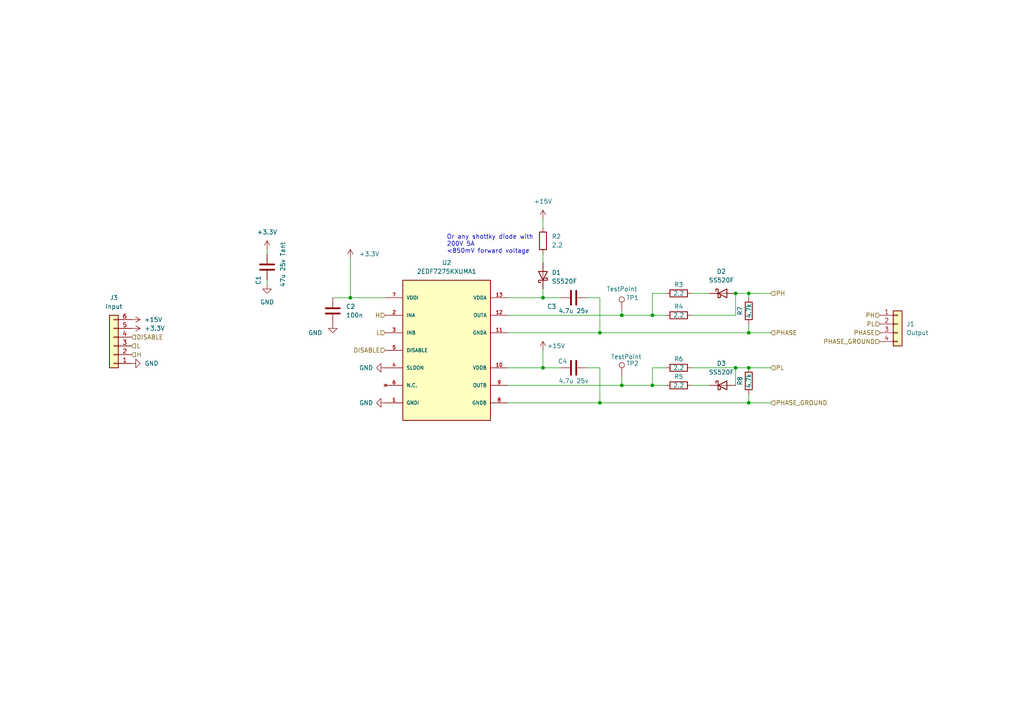
<source format=kicad_sch>
(kicad_sch (version 20230121) (generator eeschema)
  (paper "A4")
  (lib_symbols
    (symbol "Connector:TestPoint" (pin_numbers hide) (pin_names (offset 0.762) hide)
      (property "Reference" "TP" (at 0 6.858 0))
      (property "Value" "TestPoint" (at 0 5.08 0))
      (symbol "TestPoint_0_1"
        (circle (center 0 3.302) (radius 0.762))
      )
      (symbol "TestPoint_1_1"
        (pin passive line (at 0 0 90) (length 2.54) (name "1") (number "1"))
      )
    )
    (symbol "Connector_Generic:Conn_01x04" (pin_names (offset 1.016) hide)
      (property "Reference" "J" (at 0 5.08 0))
      (property "Value" "Conn_01x04" (at 0 -7.62 0))
      (symbol "Conn_01x04_1_1"
        (rectangle (start -1.27 -4.953) (end 0 -5.207) (stroke (width 0.1524)))
        (rectangle (start -1.27 -2.413) (end 0 -2.667) (stroke (width 0.1524)))
        (rectangle (start -1.27 0.127) (end 0 -0.127) (stroke (width 0.1524)))
        (rectangle (start -1.27 2.667) (end 0 2.413) (stroke (width 0.1524)))
        (rectangle (start -1.27 3.81) (end 1.27 -6.35) (stroke (width 0.254)) (fill (type background)))
        (pin passive line (at -5.08 2.54 0) (length 3.81) (name "Pin_1") (number "1"))
        (pin passive line (at -5.08 0 0) (length 3.81) (name "Pin_2") (number "2"))
        (pin passive line (at -5.08 -2.54 0) (length 3.81) (name "Pin_3") (number "3"))
        (pin passive line (at -5.08 -5.08 0) (length 3.81) (name "Pin_4") (number "4"))
      )
    )
    (symbol "Connector_Generic:Conn_01x06" (pin_names (offset 1.016) hide)
      (property "Reference" "J" (at 0 7.62 0))
      (property "Value" "Conn_01x06" (at 0 -10.16 0))
      (symbol "Conn_01x06_1_1"
        (rectangle (start -1.27 -7.493) (end 0 -7.747) (stroke (width 0.1524)))
        (rectangle (start -1.27 -4.953) (end 0 -5.207) (stroke (width 0.1524)))
        (rectangle (start -1.27 -2.413) (end 0 -2.667) (stroke (width 0.1524)))
        (rectangle (start -1.27 0.127) (end 0 -0.127) (stroke (width 0.1524)))
        (rectangle (start -1.27 2.667) (end 0 2.413) (stroke (width 0.1524)))
        (rectangle (start -1.27 5.207) (end 0 4.953) (stroke (width 0.1524)))
        (rectangle (start -1.27 6.35) (end 1.27 -8.89) (stroke (width 0.254)) (fill (type background)))
        (pin passive line (at -5.08 5.08 0) (length 3.81) (name "Pin_1") (number "1"))
        (pin passive line (at -5.08 2.54 0) (length 3.81) (name "Pin_2") (number "2"))
        (pin passive line (at -5.08 0 0) (length 3.81) (name "Pin_3") (number "3"))
        (pin passive line (at -5.08 -2.54 0) (length 3.81) (name "Pin_4") (number "4"))
        (pin passive line (at -5.08 -5.08 0) (length 3.81) (name "Pin_5") (number "5"))
        (pin passive line (at -5.08 -7.62 0) (length 3.81) (name "Pin_6") (number "6"))
      )
    )
    (symbol "Device:C" (pin_numbers hide) (pin_names (offset 0.254))
      (property "Reference" "C" (at 0.635 2.54 0))
      (property "Value" "C" (at 0.635 -2.54 0))
      (symbol "C_0_1"
        (polyline (pts (xy -2.032 -0.762) (xy 2.032 -0.762)) (stroke (width 0.508)))
        (polyline (pts (xy -2.032 0.762) (xy 2.032 0.762)) (stroke (width 0.508)))
      )
      (symbol "C_1_1"
        (pin passive line (at 0 3.81 270) (length 2.794) (name "~") (number "1"))
        (pin passive line (at 0 -3.81 90) (length 2.794) (name "~") (number "2"))
      )
    )
    (symbol "Device:D_Schottky" (pin_numbers hide) (pin_names (offset 1.016) hide)
      (property "Reference" "D" (at 0 2.54 0))
      (property "Value" "D_Schottky" (at 0 -2.54 0))
      (symbol "D_Schottky_0_1"
        (polyline (pts (xy 1.27 0) (xy -1.27 0)))
        (polyline (pts (xy 1.27 1.27) (xy 1.27 -1.27) (xy -1.27 0) (xy 1.27 1.27)) (stroke (width 0.254)))
        (polyline (pts (xy -1.905 0.635) (xy -1.905 1.27) (xy -1.27 1.27) (xy -1.27 -1.27) (xy -0.635 -1.27) (xy -0.635 -0.635)) (stroke (width 0.254)))
      )
      (symbol "D_Schottky_1_1"
        (pin passive line (at -3.81 0 0) (length 2.54) (name "K") (number "1"))
        (pin passive line (at 3.81 0 180) (length 2.54) (name "A") (number "2"))
      )
    )
    (symbol "Device:R" (pin_numbers hide) (pin_names (offset 0))
      (property "Reference" "R" (at 2.032 0 90))
      (property "Value" "R" (at 0 0 90))
      (symbol "R_0_1"
        (rectangle (start -1.016 -2.54) (end 1.016 2.54) (stroke (width 0.254)))
      )
      (symbol "R_1_1"
        (pin passive line (at 0 3.81 270) (length 1.27) (name "~") (number "1"))
        (pin passive line (at 0 -3.81 90) (length 1.27) (name "~") (number "2"))
      )
    )
    (symbol "GigaESCSymbols:2EDF7275KXUMA2" (pin_names (offset 1.016))
      (property "Reference" "U" (at -12.7 20.828 0))
      (property "Value" "2EDF7275KXUMA2" (at -12.7 -22.86 0))
      (symbol "2EDF7275KXUMA2_0_0"
        (rectangle (start -12.7 20.32) (end 12.7 -20.32) (stroke (width 0.254)) (fill (type background)))
        (pin power_in line (at -17.78 -15.24 0) (length 5.08) (name "GNDI") (number "1"))
        (pin power_in line (at 17.78 -5.08 180) (length 5.08) (name "VDDB") (number "10"))
        (pin power_in line (at 17.78 5.08 180) (length 5.08) (name "GNDA") (number "11"))
        (pin output line (at 17.78 10.16 180) (length 5.08) (name "OUTA") (number "12"))
        (pin power_in line (at 17.78 15.24 180) (length 5.08) (name "VDDA") (number "13"))
        (pin input line (at -17.78 10.16 0) (length 5.08) (name "INA") (number "2"))
        (pin input line (at -17.78 5.08 0) (length 5.08) (name "INB") (number "3"))
        (pin passive line (at -17.78 -5.08 0) (length 5.08) (name "SLDON") (number "4"))
        (pin input line (at -17.78 0 0) (length 5.08) (name "DISABLE") (number "5"))
        (pin no_connect line (at -17.78 -10.16 0) (length 5.08) (name "N.C.") (number "6"))
        (pin power_in line (at -17.78 15.24 0) (length 5.08) (name "VDDI") (number "7"))
        (pin power_in line (at 17.78 -15.24 180) (length 5.08) (name "GNDB") (number "8"))
        (pin output line (at 17.78 -10.16 180) (length 5.08) (name "OUTB") (number "9"))
      )
    )
    (symbol "power:+15V" (power) (pin_names (offset 0))
      (property "Value" "+15V" (at 0 3.556 0))
      (symbol "+15V_0_1"
        (polyline (pts (xy -0.762 1.27) (xy 0 2.54)))
        (polyline (pts (xy 0 0) (xy 0 2.54)))
        (polyline (pts (xy 0 2.54) (xy 0.762 1.27)))
      )
      (symbol "+15V_1_1"
        (pin power_in line (at 0 0 90) (length 0) hide (name "+15V") (number "1"))
      )
    )
    (symbol "power:+3.3V" (power) (pin_names (offset 0))
      (property "Value" "+3.3V" (at 0 3.556 0))
      (symbol "+3.3V_0_1"
        (polyline (pts (xy -0.762 1.27) (xy 0 2.54)))
        (polyline (pts (xy 0 0) (xy 0 2.54)))
        (polyline (pts (xy 0 2.54) (xy 0.762 1.27)))
      )
      (symbol "+3.3V_1_1"
        (pin power_in line (at 0 0 90) (length 0) hide (name "+3.3V") (number "1"))
      )
    )
    (symbol "power:GND" (power) (pin_names (offset 0))
      (property "Value" "GND" (at 0 -3.81 0))
      (symbol "GND_0_1"
        (polyline (pts (xy 0 0) (xy 0 -1.27) (xy 1.27 -1.27) (xy 0 -2.54) (xy -1.27 -1.27) (xy 0 -1.27)))
      )
      (symbol "GND_1_1"
        (pin power_in line (at 0 0 270) (length 0) hide (name "GND") (number "1"))
      )
    )
  )
  (junction (at 157.48 86.36))
  (junction (at 217.17 85.09))
  (junction (at 180.34 91.44))
  (junction (at 213.36 85.09))
  (junction (at 180.34 111.76))
  (junction (at 217.17 116.84))
  (junction (at 173.99 96.52))
  (junction (at 217.17 96.52))
  (junction (at 101.6 86.36))
  (junction (at 189.23 91.44))
  (junction (at 217.17 106.68))
  (junction (at 213.36 106.68))
  (junction (at 157.48 106.68))
  (junction (at 189.23 111.76))
  (junction (at 173.99 116.84))
  (wire (pts (xy 213.36 85.09) (xy 213.36 91.44)))
  (wire (pts (xy 77.47 81.28) (xy 77.47 82.55)))
  (wire (pts (xy 217.17 116.84) (xy 223.52 116.84)))
  (wire (pts (xy 217.17 86.36) (xy 217.17 85.09)))
  (wire (pts (xy 180.34 111.76) (xy 189.23 111.76)))
  (wire (pts (xy 96.52 86.36) (xy 101.6 86.36)))
  (wire (pts (xy 157.48 83.82) (xy 157.48 86.36)))
  (wire (pts (xy 217.17 96.52) (xy 223.52 96.52)))
  (wire (pts (xy 189.23 111.76) (xy 193.04 111.76)))
  (wire (pts (xy 147.32 106.68) (xy 157.48 106.68)))
  (wire (pts (xy 77.47 72.39) (xy 77.47 73.66)))
  (wire (pts (xy 147.32 91.44) (xy 180.34 91.44)))
  (wire (pts (xy 189.23 106.68) (xy 193.04 106.68)))
  (wire (pts (xy 213.36 106.68) (xy 217.17 106.68)))
  (wire (pts (xy 217.17 114.3) (xy 217.17 116.84)))
  (wire (pts (xy 101.6 74.93) (xy 101.6 86.36)))
  (wire (pts (xy 157.48 106.68) (xy 162.56 106.68)))
  (wire (pts (xy 180.34 90.17) (xy 180.34 91.44)))
  (wire (pts (xy 217.17 116.84) (xy 173.99 116.84)))
  (wire (pts (xy 157.48 86.36) (xy 162.56 86.36)))
  (wire (pts (xy 189.23 85.09) (xy 189.23 91.44)))
  (wire (pts (xy 173.99 86.36) (xy 170.18 86.36)))
  (wire (pts (xy 193.04 91.44) (xy 189.23 91.44)))
  (wire (pts (xy 217.17 106.68) (xy 223.52 106.68)))
  (wire (pts (xy 217.17 93.98) (xy 217.17 96.52)))
  (wire (pts (xy 217.17 85.09) (xy 223.52 85.09)))
  (wire (pts (xy 189.23 106.68) (xy 189.23 111.76)))
  (wire (pts (xy 200.66 106.68) (xy 213.36 106.68)))
  (wire (pts (xy 213.36 106.68) (xy 213.36 111.76)))
  (wire (pts (xy 147.32 96.52) (xy 173.99 96.52)))
  (wire (pts (xy 213.36 85.09) (xy 217.17 85.09)))
  (wire (pts (xy 157.48 63.5) (xy 157.48 66.04)))
  (wire (pts (xy 147.32 116.84) (xy 173.99 116.84)))
  (wire (pts (xy 180.34 91.44) (xy 189.23 91.44)))
  (wire (pts (xy 189.23 85.09) (xy 193.04 85.09)))
  (wire (pts (xy 213.36 91.44) (xy 200.66 91.44)))
  (wire (pts (xy 170.18 106.68) (xy 173.99 106.68)))
  (wire (pts (xy 157.48 73.66) (xy 157.48 76.2)))
  (wire (pts (xy 200.66 85.09) (xy 205.74 85.09)))
  (wire (pts (xy 147.32 111.76) (xy 180.34 111.76)))
  (wire (pts (xy 200.66 111.76) (xy 205.74 111.76)))
  (wire (pts (xy 101.6 86.36) (xy 111.76 86.36)))
  (wire (pts (xy 173.99 96.52) (xy 217.17 96.52)))
  (wire (pts (xy 147.32 86.36) (xy 157.48 86.36)))
  (wire (pts (xy 157.48 101.6) (xy 157.48 106.68)))
  (wire (pts (xy 180.34 111.76) (xy 180.34 109.22)))
  (wire (pts (xy 173.99 106.68) (xy 173.99 116.84)))
  (wire (pts (xy 173.99 96.52) (xy 173.99 86.36)))
  (text "Or any shottky diode with \n200V 5A\n<850mV forward voltage" (at 129.54 73.66 0) (effects (font (size 1.27 1.27)) (justify left bottom)))
  (hierarchical_label "PH" (shape input) (at 255.27 91.44 180))
  (hierarchical_label "PHASE_GROUND" (shape input) (at 255.27 99.06 180))
  (hierarchical_label "L" (shape input) (at 38.1 100.33 0))
  (hierarchical_label "PHASE" (shape input) (at 223.52 96.52 0))
  (hierarchical_label "H" (shape input) (at 38.1 102.87 0))
  (hierarchical_label "PL" (shape input) (at 223.52 106.68 0))
  (hierarchical_label "DISABLE" (shape input) (at 111.76 101.6 180))
  (hierarchical_label "PH" (shape input) (at 223.52 85.09 0))
  (hierarchical_label "DISABLE" (shape input) (at 38.1 97.79 0))
  (hierarchical_label "H" (shape input) (at 111.76 91.44 180))
  (hierarchical_label "PHASE_GROUND" (shape input) (at 223.52 116.84 0))
  (hierarchical_label "L" (shape input) (at 111.76 96.52 180))
  (hierarchical_label "PL" (shape input) (at 255.27 93.98 180))
  (hierarchical_label "PHASE" (shape input) (at 255.27 96.52 180))
  (symbol (lib_id "power:+15V") (at 157.48 63.5 0) (unit 1)
    (property "Reference" "#PWR07" (effects hide))
    (property "Value" "+15V" (at 157.48 58.42 0))
  )
  (symbol (lib_id "power:GND") (at 77.47 82.55 0) (unit 1)
    (property "Reference" "#PWR02" (effects hide))
    (property "Value" "GND" (at 77.47 87.63 0))
  )
  (symbol (lib_id "Device:R") (at 196.85 91.44 90) (unit 1)
    (property "Reference" "R4" (at 196.85 88.9 90))
    (property "Value" "2.2" (at 196.85 91.44 90))
    (property "Footprint" "Resistor_SMD:R_0805_2012Metric" (effects hide))
    (property "Mouser" "603-RC0805JR-072R2L" (effects hide))
    (property "MPN" "C17521" (effects hide))
  )
  (symbol (lib_id "Device:D_Schottky") (at 209.55 85.09 0) (unit 1)
    (property "Reference" "D2" (at 209.2325 78.74 0))
    (property "Value" "SS520F" (at 209.2325 81.28 0))
    (property "Footprint" "Diode_SMD:D_SMA" (effects hide))
    (property "MPN" "C353179" (effects hide))
    (property "Mouser" "750-SS520B-HF" (effects hide))
  )
  (symbol (lib_id "Device:C") (at 166.37 106.68 90) (unit 1)
    (property "Reference" "C4" (at 163.195 104.775 90))
    (property "Value" "4.7u 25v" (at 166.37 110.49 90))
    (property "Footprint" "Capacitor_SMD:C_0805_2012Metric" (effects hide))
    (property "MPN" "C1779" (effects hide))
    (property "Mouser" "81-GRM319R61H475KA2D" (effects hide))
  )
  (symbol (lib_id "Device:R") (at 217.17 90.17 180) (unit 1)
    (property "Reference" "R7" (at 214.63 90.17 90))
    (property "Value" "4.7k" (at 217.17 90.17 90))
    (property "Footprint" "Resistor_SMD:R_0805_2012Metric" (effects hide))
    (property "MPN" "C17673" (effects hide))
    (property "Mouser" "603-RC0805FR-074K7L" (effects hide))
  )
  (symbol (lib_id "Device:D_Schottky") (at 157.48 80.01 90) (unit 1)
    (property "Reference" "D1" (at 160.02 79.0575 90) (effects (justify right)))
    (property "Value" "SS520F" (at 160.02 81.5975 90) (effects (justify right)))
    (property "Footprint" "Diode_SMD:D_SMA" (effects hide))
    (property "MPN" "C353179" (effects hide))
    (property "Mouser" "750-SS520B-HF" (effects hide))
  )
  (symbol (lib_id "power:GND") (at 38.1 105.41 90) (unit 1)
    (property "Reference" "#PWR010" (effects hide))
    (property "Value" "GND" (at 41.91 105.41 90) (effects (justify right)))
  )
  (symbol (lib_id "power:GND") (at 111.76 116.84 270) (unit 1)
    (property "Reference" "#PWR012" (effects hide))
    (property "Value" "GND" (at 104.14 116.84 90) (effects (justify left)))
  )
  (symbol (lib_id "Device:C") (at 166.37 86.36 90) (unit 1)
    (property "Reference" "C3" (at 160.02 88.9 90))
    (property "Value" "4.7u 25v" (at 166.37 90.17 90))
    (property "Footprint" "Capacitor_SMD:C_0805_2012Metric" (effects hide))
    (property "MPN" "C1779" (effects hide))
    (property "Mouser" "81-GRM319R61H475KA2D" (effects hide))
  )
  (symbol (lib_id "Device:D_Schottky") (at 209.55 111.76 0) (unit 1)
    (property "Reference" "D3" (at 209.2325 105.41 0))
    (property "Value" "SS520F" (at 209.2325 107.95 0))
    (property "Footprint" "Diode_SMD:D_SMA" (effects hide))
    (property "MPN" "C353179" (effects hide))
    (property "Mouser" "750-SS520B-HF" (effects hide))
  )
  (symbol (lib_id "power:+3.3V") (at 77.47 72.39 0) (unit 1)
    (property "Reference" "#PWR01" (effects hide))
    (property "Value" "+3.3V" (at 77.47 67.31 0))
  )
  (symbol (lib_id "Connector:TestPoint") (at 180.34 109.22 0) (unit 1)
    (property "Reference" "TP2" (at 181.61 105.41 0) (effects (justify left)))
    (property "Value" "TestPoint" (at 177.165 103.505 0) (effects (justify left)))
    (property "Footprint" "TestPoint:TestPoint_Pad_D1.0mm" (effects hide))
  )
  (symbol (lib_id "Device:C") (at 96.52 90.17 0) (unit 1)
    (property "Reference" "C2" (at 100.33 88.9 0) (effects (justify left)))
    (property "Value" "100n" (at 100.33 91.44 0) (effects (justify left)))
    (property "Footprint" "Capacitor_SMD:C_0805_2012Metric" (effects hide))
    (property "Mouser" "187-CL21B104KBFNNNE" (effects hide))
    (property "MPN" "C28233" (effects hide))
  )
  (symbol (lib_id "GigaESCSymbols:2EDF7275KXUMA2") (at 129.54 101.6 0) (unit 1)
    (property "Reference" "U2" (at 129.54 76.2 0))
    (property "Value" "2EDF7275KXUMA1" (at 129.54 78.74 0))
    (property "Footprint" "GigaVescLibs:IC_2EDF7275KXUMA2" (effects hide))
    (property "PARTREV" "2.8" (effects hide))
    (property "STANDARD" "Manufacturer Recommendations" (effects hide))
    (property "SNAPEDA_PN" "2EDF7275KXUMA2" (effects hide))
    (property "MAXIMUM_PACKAGE_HEIGHT" "1.01 mm" (effects hide))
    (property "MANUFACTURER" "Infineon Technologies" (effects hide))
    (property "MPN" "C2677063" (effects hide))
  )
  (symbol (lib_id "Device:R") (at 196.85 106.68 90) (unit 1)
    (property "Reference" "R6" (at 196.85 104.14 90))
    (property "Value" "2.2" (at 196.85 106.68 90))
    (property "Footprint" "Resistor_SMD:R_0805_2012Metric" (effects hide))
    (property "Mouser" "603-RC0805JR-072R2L" (effects hide))
    (property "MPN" "C17521" (effects hide))
  )
  (symbol (lib_id "Device:R") (at 196.85 85.09 90) (unit 1)
    (property "Reference" "R3" (at 196.85 82.55 90))
    (property "Value" "2.2" (at 196.85 85.09 90))
    (property "Footprint" "Resistor_SMD:R_0805_2012Metric" (effects hide))
    (property "Mouser" "603-RC0805JR-072R2L" (effects hide))
    (property "MPN" "C17521" (effects hide))
  )
  (symbol (lib_id "Connector_Generic:Conn_01x04") (at 260.35 93.98 0) (unit 1)
    (property "Reference" "J1" (at 262.89 93.98 0) (effects (justify left)))
    (property "Value" "Output" (at 262.89 96.52 0) (effects (justify left)))
    (property "Footprint" "Connector_PinHeader_2.54mm:PinHeader_1x04_P2.54mm_Vertical" (effects hide))
  )
  (symbol (lib_id "Connector_Generic:Conn_01x06") (at 33.02 100.33 180) (unit 1)
    (property "Reference" "J3" (at 33.02 86.36 0))
    (property "Value" "Input" (at 33.02 88.9 0))
    (property "Footprint" "Connector_PinHeader_2.54mm:PinHeader_1x06_P2.54mm_Vertical" (effects hide))
  )
  (symbol (lib_id "power:GND") (at 111.76 106.68 270) (unit 1)
    (property "Reference" "#PWR03" (effects hide))
    (property "Value" "GND" (at 104.14 106.68 90) (effects (justify left)))
  )
  (symbol (lib_id "Connector:TestPoint") (at 180.34 90.17 0) (unit 1)
    (property "Reference" "TP1" (at 181.61 86.36 0) (effects (justify left)))
    (property "Value" "TestPoint" (at 175.895 83.82 0) (effects (justify left)))
    (property "Footprint" "TestPoint:TestPoint_Pad_D1.0mm" (effects hide))
  )
  (symbol (lib_id "Device:R") (at 157.48 69.85 0) (unit 1)
    (property "Reference" "R2" (at 160.02 68.58 0) (effects (justify left)))
    (property "Value" "2.2" (at 160.02 71.12 0) (effects (justify left)))
    (property "Footprint" "Resistor_SMD:R_0805_2012Metric" (effects hide))
    (property "MPN" "C17521" (effects hide))
    (property "Mouser" "603-RC0805JR-072R2L" (effects hide))
  )
  (symbol (lib_id "power:+15V") (at 38.1 92.71 270) (unit 1)
    (property "Reference" "#PWR011" (effects hide))
    (property "Value" "+15V" (at 44.45 92.71 90))
  )
  (symbol (lib_id "Device:R") (at 196.85 111.76 90) (unit 1)
    (property "Reference" "R5" (at 196.85 109.22 90))
    (property "Value" "2.2" (at 196.85 111.76 90))
    (property "Footprint" "Resistor_SMD:R_0805_2012Metric" (effects hide))
    (property "Mouser" "603-RC0805JR-072R2L" (effects hide))
    (property "MPN" "C17521" (effects hide))
  )
  (symbol (lib_id "power:+15V") (at 157.48 101.6 0) (unit 1)
    (property "Reference" "#PWR08" (effects hide))
    (property "Value" "+15V" (at 161.29 100.33 0))
  )
  (symbol (lib_id "power:GND") (at 96.52 93.98 0) (unit 1)
    (property "Reference" "#PWR06" (effects hide))
    (property "Value" "GND" (at 91.44 96.52 0))
  )
  (symbol (lib_id "power:+3.3V") (at 38.1 95.25 270) (unit 1)
    (property "Reference" "#PWR09" (effects hide))
    (property "Value" "+3.3V" (at 41.91 95.25 90) (effects (justify left)))
  )
  (symbol (lib_id "power:+3.3V") (at 101.6 74.93 0) (unit 1)
    (property "Reference" "#PWR04" (effects hide))
    (property "Value" "+3.3V" (at 104.14 73.66 0) (effects (justify left)))
  )
  (symbol (lib_id "Device:R") (at 217.17 110.49 180) (unit 1)
    (property "Reference" "R8" (at 214.63 110.49 90))
    (property "Value" "4.7k" (at 217.17 110.49 90))
    (property "Footprint" "Resistor_SMD:R_0805_2012Metric" (effects hide))
    (property "Mouser" "603-RC0805FR-074K7L" (effects hide))
    (property "MPN" "C17673" (effects hide))
  )
  (symbol (lib_id "Device:C") (at 77.47 77.47 180) (unit 1)
    (property "Reference" "C1" (at 74.93 81.28 90))
    (property "Value" "47u 25v Tant" (at 82.042 76.708 90))
    (property "Footprint" "Capacitor_Tantalum_SMD:CP_EIA-7343-31_Kemet-D" (effects hide))
    (property "MPN" "C117039" (effects hide))
    (property "Mouser" "80-T491D476K25AT7280" (effects hide))
  )
)
</source>
